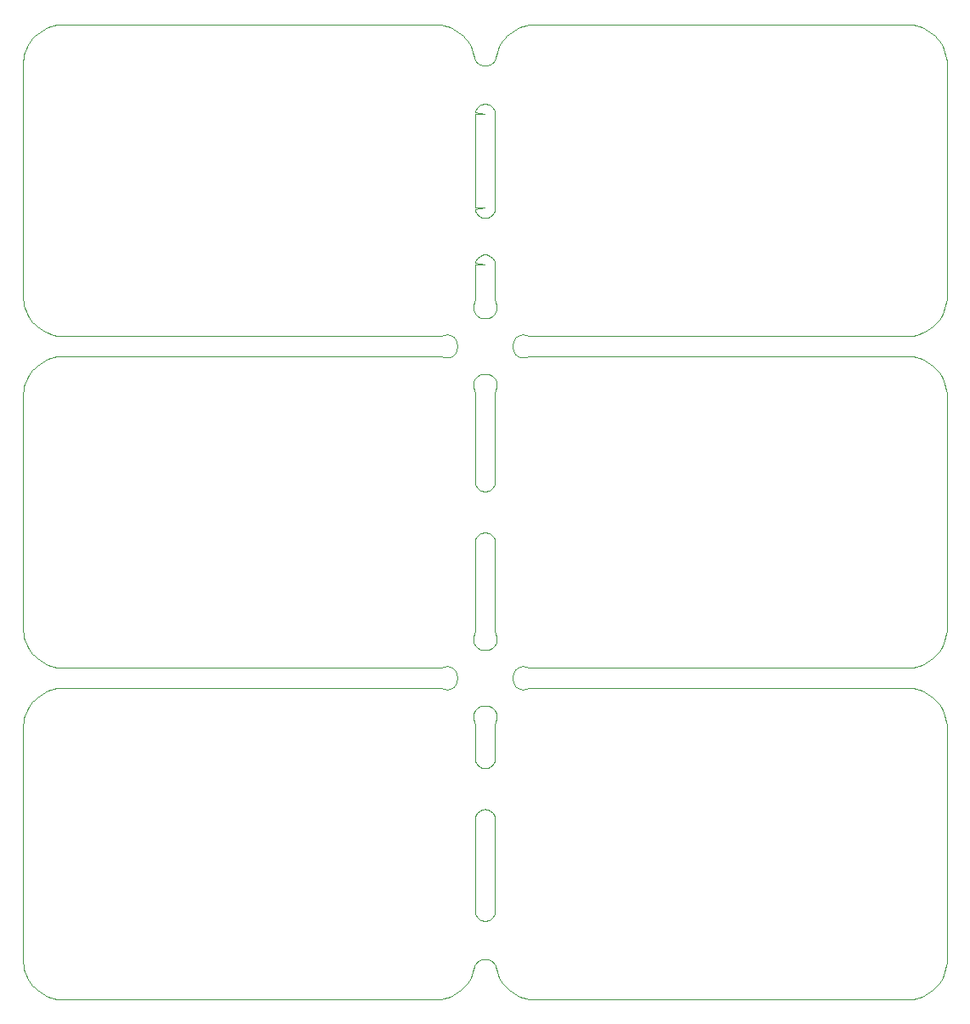
<source format=gko>
%MOIN*%
%OFA0B0*%
%FSLAX36Y36*%
%IPPOS*%
%LPD*%
%ADD10C,0*%
D10*
X001850393Y002880770D02*
X001850393Y002880770D01*
X001850393Y002758267D01*
X001850879Y002745912D01*
X001852332Y002733632D01*
X001854744Y002721504D01*
X001854808Y002721280D01*
X001855631Y002717743D01*
X001856125Y002714145D01*
X001856286Y002710516D01*
X001856111Y002706889D01*
X001855603Y002703292D01*
X001854765Y002699758D01*
X001853606Y002696316D01*
X001852134Y002692996D01*
X001850362Y002689826D01*
X001848306Y002686832D01*
X001845983Y002684040D01*
X001843412Y002681474D01*
X001840616Y002679157D01*
X001837618Y002677106D01*
X001834444Y002675341D01*
X001831121Y002673876D01*
X001827677Y002672723D01*
X001824141Y002671892D01*
X001820544Y002671391D01*
X001816916Y002671224D01*
X001805130Y002671224D01*
X001801502Y002671391D01*
X001797905Y002671892D01*
X001794369Y002672723D01*
X001790925Y002673875D01*
X001787602Y002675341D01*
X001784428Y002677106D01*
X001781430Y002679156D01*
X001778634Y002681474D01*
X001776063Y002684040D01*
X001773740Y002686831D01*
X001771684Y002689825D01*
X001769912Y002692996D01*
X001768440Y002696316D01*
X001767281Y002699758D01*
X001766443Y002703292D01*
X001765935Y002706888D01*
X001765760Y002710516D01*
X001765921Y002714145D01*
X001766415Y002717743D01*
X001767238Y002721280D01*
X001767301Y002721504D01*
X001769714Y002733632D01*
X001771167Y002745912D01*
X001771653Y002758267D01*
X001771653Y002880770D01*
X001811023Y002880770D01*
X001772138Y002886929D01*
X001773580Y002892936D01*
X001775944Y002898644D01*
X001779172Y002903911D01*
X001783184Y002908609D01*
X001787882Y002912621D01*
X001793149Y002915849D01*
X001798857Y002918213D01*
X001804864Y002919655D01*
X001811023Y002920140D01*
X001817182Y002919655D01*
X001823189Y002918213D01*
X001828897Y002915849D01*
X001834164Y002912621D01*
X001838862Y002908609D01*
X001842874Y002903911D01*
X001846102Y002898644D01*
X001848466Y002892936D01*
X001849908Y002886929D01*
X001850393Y002880770D01*
X001850393Y000347575D02*
X001850393Y000347575D01*
X001850393Y000347575D01*
X001849908Y000341417D01*
X001848466Y000335409D01*
X001846102Y000329702D01*
X001842874Y000324434D01*
X001838862Y000319737D01*
X001834164Y000315724D01*
X001828897Y000312496D01*
X001823189Y000310132D01*
X001817182Y000308690D01*
X001811023Y000308205D01*
X001804864Y000308690D01*
X001798857Y000310132D01*
X001793149Y000312496D01*
X001787882Y000315724D01*
X001783184Y000319737D01*
X001779172Y000324434D01*
X001775944Y000329702D01*
X001773580Y000335409D01*
X001772138Y000341417D01*
X001771653Y000347575D01*
X001771653Y000707096D01*
X001771653Y000707096D01*
X001772138Y000713255D01*
X001773580Y000719262D01*
X001775944Y000724970D01*
X001779172Y000730238D01*
X001783184Y000734935D01*
X001787882Y000738948D01*
X001793149Y000742175D01*
X001798857Y000744540D01*
X001804864Y000745982D01*
X001811023Y000746467D01*
X001817182Y000745982D01*
X001823189Y000744540D01*
X001828897Y000742175D01*
X001834164Y000738948D01*
X001838862Y000734935D01*
X001842874Y000730238D01*
X001846102Y000724970D01*
X001848466Y000719262D01*
X001849908Y000713255D01*
X001850393Y000707096D01*
X001850393Y000347575D01*
X001771653Y003471321D02*
X001771653Y003471321D01*
X001811023Y003471321D01*
X001772138Y003477480D01*
X001773580Y003483487D01*
X001775944Y003489195D01*
X001779172Y003494462D01*
X001783184Y003499160D01*
X001787882Y003503172D01*
X001793149Y003506400D01*
X001798857Y003508764D01*
X001804864Y003510207D01*
X001811023Y003510691D01*
X001817182Y003510207D01*
X001823189Y003508764D01*
X001828897Y003506400D01*
X001834164Y003503172D01*
X001838862Y003499160D01*
X001842874Y003494462D01*
X001846102Y003489195D01*
X001848466Y003483487D01*
X001849908Y003477480D01*
X001850393Y003471321D01*
X001850393Y003103481D01*
X001849908Y003097322D01*
X001848466Y003091315D01*
X001846102Y003085607D01*
X001842874Y003080340D01*
X001838862Y003075642D01*
X001834164Y003071630D01*
X001828897Y003068402D01*
X001823189Y003066038D01*
X001817182Y003064596D01*
X001811023Y003064111D01*
X001804864Y003064596D01*
X001798857Y003066038D01*
X001793149Y003068402D01*
X001787882Y003071630D01*
X001783184Y003075642D01*
X001779172Y003080340D01*
X001775944Y003085607D01*
X001773580Y003091315D01*
X001772138Y003097322D01*
X001811023Y003103481D01*
X001771653Y003103481D01*
X001771653Y003471321D01*
X001767238Y002401554D02*
X001767238Y002401554D01*
X001766415Y002405091D01*
X001765921Y002408689D01*
X001765760Y002412318D01*
X001765935Y002415946D01*
X001766443Y002419542D01*
X001767281Y002423076D01*
X001768440Y002426518D01*
X001769912Y002429838D01*
X001771684Y002433009D01*
X001773740Y002436003D01*
X001776063Y002438794D01*
X001778634Y002441360D01*
X001781430Y002443678D01*
X001784428Y002445728D01*
X001787602Y002447493D01*
X001790925Y002448959D01*
X001794369Y002450111D01*
X001797905Y002450942D01*
X001801502Y002451443D01*
X001805130Y002451610D01*
X001816916Y002451610D01*
X001820544Y002451443D01*
X001824141Y002450942D01*
X001827677Y002450111D01*
X001831121Y002448958D01*
X001834444Y002447493D01*
X001837618Y002445728D01*
X001840616Y002443677D01*
X001843412Y002441360D01*
X001845983Y002438794D01*
X001848306Y002436002D01*
X001850362Y002433008D01*
X001852134Y002429838D01*
X001853606Y002426518D01*
X001854765Y002423076D01*
X001855603Y002419542D01*
X001856111Y002415945D01*
X001856286Y002412318D01*
X001856125Y002408689D01*
X001855631Y002405091D01*
X001854808Y002401554D01*
X001854744Y002401330D01*
X001852332Y002389202D01*
X001850879Y002376922D01*
X001850393Y002364566D01*
X001850393Y002030895D01*
X001850393Y002030895D01*
X001849908Y002024736D01*
X001848466Y002018729D01*
X001846102Y002013021D01*
X001842874Y002007754D01*
X001838862Y002003056D01*
X001834164Y001999044D01*
X001828897Y001995816D01*
X001823189Y001993451D01*
X001817182Y001992009D01*
X001811023Y001991525D01*
X001804864Y001992009D01*
X001798857Y001993451D01*
X001793149Y001995816D01*
X001787882Y001999044D01*
X001783184Y002003056D01*
X001779172Y002007754D01*
X001775944Y002013021D01*
X001773580Y002018729D01*
X001772138Y002024736D01*
X001771653Y002030895D01*
X001771653Y002364566D01*
X001771167Y002376922D01*
X001769714Y002389202D01*
X001767301Y002401330D01*
X001767238Y002401554D01*
X001767238Y001101160D02*
X001767238Y001101160D01*
X001766415Y001104697D01*
X001765921Y001108296D01*
X001765760Y001111924D01*
X001765935Y001115552D01*
X001766443Y001119148D01*
X001767281Y001122682D01*
X001768440Y001126124D01*
X001769912Y001129444D01*
X001771684Y001132615D01*
X001773740Y001135609D01*
X001776063Y001138401D01*
X001778634Y001140966D01*
X001781430Y001143284D01*
X001784428Y001145334D01*
X001787602Y001147100D01*
X001790925Y001148565D01*
X001794369Y001149718D01*
X001797905Y001150548D01*
X001801502Y001151049D01*
X001805130Y001151217D01*
X001816916Y001151217D01*
X001820544Y001151049D01*
X001824141Y001150548D01*
X001827677Y001149717D01*
X001831121Y001148565D01*
X001834444Y001147099D01*
X001837618Y001145334D01*
X001840616Y001143284D01*
X001843412Y001140966D01*
X001845983Y001138400D01*
X001848306Y001135609D01*
X001850362Y001132615D01*
X001852134Y001129444D01*
X001853606Y001126124D01*
X001854765Y001122682D01*
X001855603Y001119148D01*
X001856111Y001115552D01*
X001856286Y001111924D01*
X001856125Y001108296D01*
X001855631Y001104697D01*
X001854808Y001101160D01*
X001854744Y001100936D01*
X001852332Y001088808D01*
X001850879Y001076529D01*
X001850393Y001064173D01*
X001850393Y000946446D01*
X001849908Y000940287D01*
X001848466Y000934280D01*
X001846102Y000928572D01*
X001842874Y000923305D01*
X001838862Y000918607D01*
X001834164Y000914595D01*
X001828897Y000911367D01*
X001823189Y000909003D01*
X001817182Y000907560D01*
X001811023Y000907076D01*
X001804864Y000907560D01*
X001798857Y000909003D01*
X001793149Y000911367D01*
X001787882Y000914595D01*
X001783184Y000918607D01*
X001779172Y000923305D01*
X001775944Y000928572D01*
X001773580Y000934280D01*
X001772138Y000940287D01*
X001771653Y000946446D01*
X001771653Y000946446D01*
X001771653Y001064173D01*
X001771167Y001076529D01*
X001769714Y001088808D01*
X001767301Y001100936D01*
X001767238Y001101160D01*
X001651160Y001304808D02*
X001651160Y001304808D01*
X001654697Y001305631D01*
X001658295Y001306126D01*
X001661924Y001306286D01*
X001665551Y001306111D01*
X001669147Y001305603D01*
X001672682Y001304766D01*
X001676123Y001303606D01*
X001679444Y001302134D01*
X001682614Y001300363D01*
X001685608Y001298306D01*
X001688400Y001295983D01*
X001690965Y001293413D01*
X001693283Y001290616D01*
X001695333Y001287619D01*
X001697099Y001284444D01*
X001698564Y001281121D01*
X001699717Y001277677D01*
X001700547Y001274141D01*
X001701049Y001270544D01*
X001701216Y001266916D01*
X001701216Y001255131D01*
X001701049Y001251503D01*
X001700548Y001247906D01*
X001699717Y001244370D01*
X001698564Y001240926D01*
X001697099Y001237603D01*
X001695334Y001234428D01*
X001693283Y001231431D01*
X001690966Y001228634D01*
X001688400Y001226064D01*
X001685608Y001223740D01*
X001682615Y001221684D01*
X001679444Y001219913D01*
X001676124Y001218441D01*
X001672682Y001217281D01*
X001669148Y001216444D01*
X001665551Y001215935D01*
X001661924Y001215761D01*
X001658295Y001215921D01*
X001654697Y001216415D01*
X001651160Y001217239D01*
X001650936Y001217302D01*
X001638808Y001219714D01*
X001626528Y001221168D01*
X001614173Y001221653D01*
X000157480Y001221653D01*
X000145124Y001221168D01*
X000132844Y001219714D01*
X000120716Y001217302D01*
X000108816Y001213946D01*
X000097214Y001209666D01*
X000085985Y001204489D01*
X000075196Y001198447D01*
X000064915Y001191577D01*
X000055204Y001183922D01*
X000046124Y001175528D01*
X000037731Y001166448D01*
X000030075Y001156738D01*
X000023205Y001146456D01*
X000017164Y001135668D01*
X000011987Y001124438D01*
X000007707Y001112837D01*
X000004351Y001100936D01*
X000001938Y001088808D01*
X000000485Y001076529D01*
X000000000Y001064173D01*
X000000000Y000157480D01*
X000000485Y000145124D01*
X000001938Y000132845D01*
X000004351Y000120717D01*
X000007707Y000108816D01*
X000011987Y000097215D01*
X000017164Y000085985D01*
X000023205Y000075197D01*
X000030075Y000064915D01*
X000037731Y000055205D01*
X000046124Y000046125D01*
X000055204Y000037731D01*
X000064915Y000030076D01*
X000075196Y000023206D01*
X000085985Y000017164D01*
X000097214Y000011987D01*
X000108816Y000007707D01*
X000120716Y000004351D01*
X000132844Y000001939D01*
X000145124Y000000485D01*
X000157480Y000000000D01*
X001614173Y000000000D01*
X001626528Y000000485D01*
X001638808Y000001939D01*
X001650936Y000004351D01*
X001662837Y000007707D01*
X001674438Y000011987D01*
X001685667Y000017164D01*
X001696456Y000023206D01*
X001706737Y000030076D01*
X001716448Y000037731D01*
X001725528Y000046125D01*
X001733921Y000055205D01*
X001741577Y000064915D01*
X001748447Y000075197D01*
X001754488Y000085985D01*
X001759665Y000097215D01*
X001763945Y000108816D01*
X001767301Y000120717D01*
X001768368Y000126081D01*
X001768368Y000126081D01*
X001768987Y000128714D01*
X001769785Y000131299D01*
X001770759Y000133823D01*
X001771903Y000136274D01*
X001773213Y000138641D01*
X001774683Y000140912D01*
X001776305Y000143076D01*
X001778072Y000145125D01*
X001779976Y000147047D01*
X001782007Y000148834D01*
X001784155Y000150477D01*
X001786412Y000151969D01*
X001788766Y000153302D01*
X001791205Y000154470D01*
X001793720Y000155469D01*
X001796296Y000156292D01*
X001798924Y000156936D01*
X001801589Y000157399D01*
X001804280Y000157677D01*
X001806983Y000157770D01*
X001815065Y000157770D01*
X001817768Y000157677D01*
X001820459Y000157398D01*
X001823124Y000156936D01*
X001825751Y000156291D01*
X001828328Y000155468D01*
X001830842Y000154470D01*
X001833282Y000153301D01*
X001835635Y000151968D01*
X001837892Y000150476D01*
X001840040Y000148833D01*
X001842071Y000147046D01*
X001843974Y000145124D01*
X001845741Y000143076D01*
X001847363Y000140911D01*
X001848833Y000138640D01*
X001850143Y000136273D01*
X001851287Y000133822D01*
X001852261Y000131299D01*
X001853059Y000128714D01*
X001853677Y000126081D01*
X001853677Y000126081D01*
X001854744Y000120717D01*
X001858101Y000108816D01*
X001862381Y000097215D01*
X001867557Y000085985D01*
X001873599Y000075197D01*
X001880469Y000064915D01*
X001888124Y000055205D01*
X001896518Y000046125D01*
X001905598Y000037731D01*
X001915309Y000030076D01*
X001925590Y000023206D01*
X001936379Y000017164D01*
X001947608Y000011987D01*
X001959209Y000007707D01*
X001971110Y000004351D01*
X001983238Y000001939D01*
X001995518Y000000485D01*
X002007874Y000000000D01*
X003464566Y000000000D01*
X003476922Y000000485D01*
X003489201Y000001939D01*
X003501329Y000004351D01*
X003513230Y000007707D01*
X003524831Y000011987D01*
X003536061Y000017164D01*
X003546849Y000023206D01*
X003557131Y000030076D01*
X003566842Y000037731D01*
X003575921Y000046125D01*
X003584315Y000055205D01*
X003591970Y000064915D01*
X003598840Y000075197D01*
X003604882Y000085985D01*
X003610059Y000097215D01*
X003614339Y000108816D01*
X003617695Y000120717D01*
X003620108Y000132845D01*
X003621561Y000145124D01*
X003622047Y000157480D01*
X003622047Y001064173D01*
X003621561Y001076529D01*
X003620108Y001088808D01*
X003617695Y001100936D01*
X003614339Y001112837D01*
X003610059Y001124438D01*
X003604882Y001135668D01*
X003598840Y001146456D01*
X003591970Y001156738D01*
X003584315Y001166448D01*
X003575921Y001175528D01*
X003566842Y001183922D01*
X003557131Y001191577D01*
X003546849Y001198447D01*
X003536061Y001204489D01*
X003524831Y001209666D01*
X003513230Y001213946D01*
X003501329Y001217302D01*
X003489201Y001219714D01*
X003476922Y001221168D01*
X003464566Y001221653D01*
X002007874Y001221653D01*
X001995518Y001221168D01*
X001983238Y001219714D01*
X001971110Y001217302D01*
X001970886Y001217239D01*
X001967349Y001216415D01*
X001963750Y001215921D01*
X001960122Y001215761D01*
X001956494Y001215935D01*
X001952898Y001216444D01*
X001949364Y001217281D01*
X001945922Y001218441D01*
X001942602Y001219912D01*
X001939431Y001221684D01*
X001936437Y001223740D01*
X001933646Y001226064D01*
X001931080Y001228634D01*
X001928762Y001231431D01*
X001926712Y001234428D01*
X001924947Y001237603D01*
X001923481Y001240926D01*
X001922329Y001244370D01*
X001921498Y001247906D01*
X001920997Y001251503D01*
X001920830Y001255131D01*
X001920830Y001266916D01*
X001920997Y001270544D01*
X001921498Y001274142D01*
X001922329Y001277677D01*
X001923482Y001281121D01*
X001924947Y001284445D01*
X001926712Y001287619D01*
X001928763Y001290616D01*
X001931080Y001293413D01*
X001933646Y001295983D01*
X001936438Y001298307D01*
X001939431Y001300363D01*
X001942602Y001302134D01*
X001945922Y001303606D01*
X001949364Y001304766D01*
X001952898Y001305603D01*
X001956494Y001306111D01*
X001960122Y001306286D01*
X001963751Y001306126D01*
X001967349Y001305632D01*
X001970886Y001304808D01*
X001971110Y001304745D01*
X001983238Y001302332D01*
X001995518Y001300879D01*
X002007874Y001300393D01*
X003464566Y001300393D01*
X003476922Y001300879D01*
X003489201Y001302332D01*
X003501329Y001304745D01*
X003513230Y001308101D01*
X003524831Y001312381D01*
X003536061Y001317558D01*
X003546849Y001323600D01*
X003557131Y001330470D01*
X003566842Y001338125D01*
X003575921Y001346518D01*
X003584315Y001355598D01*
X003591970Y001365309D01*
X003598840Y001375590D01*
X003604882Y001386379D01*
X003610059Y001397609D01*
X003614339Y001409210D01*
X003617695Y001421111D01*
X003620108Y001433239D01*
X003621561Y001445518D01*
X003622047Y001457873D01*
X003622047Y002364566D01*
X003621561Y002376922D01*
X003620108Y002389202D01*
X003617695Y002401330D01*
X003614339Y002413231D01*
X003610059Y002424832D01*
X003604882Y002436061D01*
X003598840Y002446850D01*
X003591970Y002457131D01*
X003584315Y002466842D01*
X003575921Y002475922D01*
X003566842Y002484316D01*
X003557131Y002491971D01*
X003546849Y002498841D01*
X003536061Y002504883D01*
X003524831Y002510059D01*
X003513230Y002514339D01*
X003501329Y002517696D01*
X003489201Y002520108D01*
X003476922Y002521561D01*
X003464566Y002522047D01*
X002007874Y002522047D01*
X001995518Y002521561D01*
X001983238Y002520108D01*
X001971110Y002517696D01*
X001970886Y002517632D01*
X001970886Y002517632D01*
X001967349Y002516809D01*
X001963750Y002516315D01*
X001960122Y002516154D01*
X001956494Y002516329D01*
X001952898Y002516837D01*
X001949364Y002517675D01*
X001945922Y002518834D01*
X001942602Y002520306D01*
X001939431Y002522078D01*
X001936437Y002524134D01*
X001933646Y002526457D01*
X001931080Y002529028D01*
X001928762Y002531824D01*
X001926712Y002534822D01*
X001924947Y002537996D01*
X001923481Y002541320D01*
X001922329Y002544764D01*
X001921498Y002548299D01*
X001920997Y002551897D01*
X001920830Y002555525D01*
X001920830Y002567310D01*
X001920997Y002570938D01*
X001921498Y002574535D01*
X001922329Y002578071D01*
X001923482Y002581515D01*
X001924947Y002584838D01*
X001926712Y002588012D01*
X001928763Y002591010D01*
X001931080Y002593806D01*
X001933646Y002596377D01*
X001936438Y002598700D01*
X001939431Y002600756D01*
X001942602Y002602528D01*
X001945922Y002604000D01*
X001949364Y002605159D01*
X001952898Y002605997D01*
X001956494Y002606505D01*
X001960122Y002606680D01*
X001963751Y002606519D01*
X001967349Y002606025D01*
X001970886Y002605202D01*
X001971110Y002605138D01*
X001983238Y002602726D01*
X001995518Y002601273D01*
X002007874Y002600787D01*
X003464566Y002600787D01*
X003476922Y002601273D01*
X003489201Y002602726D01*
X003501329Y002605138D01*
X003513230Y002608495D01*
X003524831Y002612775D01*
X003536061Y002617951D01*
X003546849Y002623993D01*
X003557131Y002630863D01*
X003566842Y002638518D01*
X003575921Y002646912D01*
X003584315Y002655992D01*
X003591970Y002665703D01*
X003598840Y002675984D01*
X003604882Y002686773D01*
X003610059Y002698002D01*
X003614339Y002709603D01*
X003617695Y002721504D01*
X003620108Y002733632D01*
X003621561Y002745912D01*
X003622047Y002758267D01*
X003622047Y003664960D01*
X003621561Y003677316D01*
X003620108Y003689596D01*
X003617695Y003701724D01*
X003614339Y003713624D01*
X003610059Y003725225D01*
X003604882Y003736455D01*
X003598840Y003747244D01*
X003591970Y003757525D01*
X003584315Y003767236D01*
X003575921Y003776316D01*
X003566842Y003784709D01*
X003557131Y003792364D01*
X003546849Y003799235D01*
X003536061Y003805276D01*
X003524831Y003810453D01*
X003513230Y003814733D01*
X003501329Y003818089D01*
X003489201Y003820502D01*
X003476922Y003821955D01*
X003464566Y003822440D01*
X002007874Y003822440D01*
X001995518Y003821955D01*
X001983238Y003820502D01*
X001971110Y003818089D01*
X001959209Y003814733D01*
X001947608Y003810453D01*
X001936379Y003805276D01*
X001925590Y003799235D01*
X001915309Y003792364D01*
X001905598Y003784709D01*
X001896518Y003776316D01*
X001888124Y003767236D01*
X001880469Y003757525D01*
X001873599Y003747244D01*
X001867557Y003736455D01*
X001862381Y003725225D01*
X001858101Y003713624D01*
X001854744Y003701724D01*
X001853022Y003693067D01*
X001852404Y003690434D01*
X001851606Y003687849D01*
X001850632Y003685326D01*
X001849488Y003682875D01*
X001848178Y003680508D01*
X001846708Y003678237D01*
X001845086Y003676073D01*
X001843319Y003674024D01*
X001841416Y003672102D01*
X001839385Y003670315D01*
X001837237Y003668672D01*
X001834980Y003667180D01*
X001832627Y003665847D01*
X001830187Y003664679D01*
X001827673Y003663680D01*
X001825097Y003662857D01*
X001822469Y003662213D01*
X001819804Y003661750D01*
X001817114Y003661472D01*
X001814410Y003661379D01*
X001807638Y003661378D01*
X001804935Y003661471D01*
X001802244Y003661749D01*
X001799579Y003662212D01*
X001796951Y003662856D01*
X001794375Y003663679D01*
X001791860Y003664678D01*
X001789421Y003665846D01*
X001787067Y003667179D01*
X001784810Y003668671D01*
X001782662Y003670314D01*
X001780631Y003672101D01*
X001778727Y003674023D01*
X001776960Y003676072D01*
X001775338Y003678236D01*
X001773868Y003680507D01*
X001772558Y003682874D01*
X001771414Y003685325D01*
X001770440Y003687849D01*
X001769642Y003690434D01*
X001769023Y003693067D01*
X001767301Y003701724D01*
X001763945Y003713624D01*
X001759665Y003725225D01*
X001754488Y003736455D01*
X001748447Y003747244D01*
X001741577Y003757525D01*
X001733921Y003767236D01*
X001725528Y003776316D01*
X001716448Y003784709D01*
X001706737Y003792364D01*
X001696456Y003799235D01*
X001685667Y003805276D01*
X001674438Y003810453D01*
X001662837Y003814733D01*
X001650936Y003818089D01*
X001638808Y003820502D01*
X001626528Y003821955D01*
X001614173Y003822440D01*
X000157480Y003822440D01*
X000145124Y003821955D01*
X000132844Y003820502D01*
X000120716Y003818089D01*
X000108816Y003814733D01*
X000097214Y003810453D01*
X000085985Y003805276D01*
X000075196Y003799235D01*
X000064915Y003792364D01*
X000055204Y003784709D01*
X000046124Y003776316D01*
X000037731Y003767236D01*
X000030075Y003757525D01*
X000023205Y003747244D01*
X000017164Y003736455D01*
X000011987Y003725225D01*
X000007707Y003713624D01*
X000004351Y003701724D01*
X000001938Y003689596D01*
X000000485Y003677316D01*
X000000000Y003664960D01*
X000000000Y002758267D01*
X000000485Y002745912D01*
X000001938Y002733632D01*
X000004351Y002721504D01*
X000007707Y002709603D01*
X000011987Y002698002D01*
X000017164Y002686773D01*
X000023205Y002675984D01*
X000030075Y002665703D01*
X000037731Y002655992D01*
X000046124Y002646912D01*
X000055204Y002638518D01*
X000064915Y002630863D01*
X000075196Y002623993D01*
X000085985Y002617951D01*
X000097214Y002612775D01*
X000108816Y002608495D01*
X000120716Y002605138D01*
X000132844Y002602726D01*
X000145124Y002601273D01*
X000157480Y002600787D01*
X001614173Y002600787D01*
X001626528Y002601273D01*
X001638808Y002602726D01*
X001650936Y002605138D01*
X001651160Y002605202D01*
X001654697Y002606025D01*
X001658295Y002606519D01*
X001661924Y002606680D01*
X001665551Y002606505D01*
X001669147Y002605997D01*
X001672682Y002605159D01*
X001676123Y002604000D01*
X001679444Y002602528D01*
X001682614Y002600756D01*
X001685608Y002598700D01*
X001688400Y002596377D01*
X001690965Y002593806D01*
X001693283Y002591010D01*
X001695333Y002588012D01*
X001697099Y002584838D01*
X001698564Y002581515D01*
X001699717Y002578071D01*
X001700547Y002574535D01*
X001701049Y002570938D01*
X001701216Y002567310D01*
X001701216Y002555525D01*
X001701049Y002551897D01*
X001700548Y002548299D01*
X001699717Y002544764D01*
X001698564Y002541320D01*
X001697099Y002537996D01*
X001695334Y002534822D01*
X001693283Y002531824D01*
X001690966Y002529028D01*
X001688400Y002526457D01*
X001685608Y002524134D01*
X001682615Y002522078D01*
X001679444Y002520306D01*
X001676124Y002518834D01*
X001672682Y002517675D01*
X001669148Y002516837D01*
X001665551Y002516329D01*
X001661924Y002516154D01*
X001658295Y002516315D01*
X001654697Y002516809D01*
X001651160Y002517632D01*
X001651160Y002517632D01*
X001650936Y002517696D01*
X001638808Y002520108D01*
X001626528Y002521561D01*
X001614173Y002522047D01*
X000157480Y002522047D01*
X000145124Y002521561D01*
X000132844Y002520108D01*
X000120716Y002517696D01*
X000108816Y002514339D01*
X000097214Y002510059D01*
X000085985Y002504883D01*
X000075196Y002498841D01*
X000064915Y002491971D01*
X000055204Y002484316D01*
X000046124Y002475922D01*
X000037731Y002466842D01*
X000030075Y002457131D01*
X000023205Y002446850D01*
X000017164Y002436061D01*
X000011987Y002424832D01*
X000007707Y002413231D01*
X000004351Y002401330D01*
X000001938Y002389202D01*
X000000485Y002376922D01*
X000000000Y002364566D01*
X000000000Y001457873D01*
X000000485Y001445518D01*
X000001938Y001433239D01*
X000004351Y001421111D01*
X000007707Y001409210D01*
X000011987Y001397609D01*
X000017164Y001386379D01*
X000023205Y001375590D01*
X000030075Y001365309D01*
X000037731Y001355598D01*
X000046124Y001346518D01*
X000055204Y001338125D01*
X000064915Y001330470D01*
X000075196Y001323600D01*
X000085985Y001317558D01*
X000097214Y001312381D01*
X000108816Y001308101D01*
X000120716Y001304745D01*
X000132844Y001302332D01*
X000145124Y001300879D01*
X000157480Y001300393D01*
X001614173Y001300393D01*
X001626528Y001300879D01*
X001638808Y001302332D01*
X001650936Y001304745D01*
X001651160Y001304808D01*
X001854808Y001420886D02*
X001854808Y001420886D01*
X001855631Y001417349D01*
X001856125Y001413751D01*
X001856286Y001410123D01*
X001856111Y001406495D01*
X001855603Y001402899D01*
X001854765Y001399365D01*
X001853606Y001395923D01*
X001852134Y001392602D01*
X001850362Y001389432D01*
X001848306Y001386438D01*
X001845983Y001383646D01*
X001843412Y001381081D01*
X001840616Y001378763D01*
X001837618Y001376713D01*
X001834444Y001374947D01*
X001831121Y001373482D01*
X001827677Y001372329D01*
X001824141Y001371499D01*
X001820544Y001370997D01*
X001816916Y001370830D01*
X001805130Y001370830D01*
X001801502Y001370997D01*
X001797905Y001371498D01*
X001794369Y001372329D01*
X001790925Y001373482D01*
X001787602Y001374947D01*
X001784428Y001376712D01*
X001781430Y001378763D01*
X001778634Y001381080D01*
X001776063Y001383646D01*
X001773740Y001386438D01*
X001771684Y001389432D01*
X001769912Y001392602D01*
X001768440Y001395923D01*
X001767281Y001399364D01*
X001766443Y001402898D01*
X001765935Y001406495D01*
X001765760Y001410122D01*
X001765921Y001413751D01*
X001766415Y001417349D01*
X001767238Y001420886D01*
X001767301Y001421111D01*
X001769714Y001433239D01*
X001771167Y001445518D01*
X001771653Y001457873D01*
X001771653Y001791545D01*
X001772138Y001797704D01*
X001773580Y001803711D01*
X001775944Y001809419D01*
X001779172Y001814686D01*
X001783184Y001819384D01*
X001787882Y001823396D01*
X001793149Y001826624D01*
X001798857Y001828988D01*
X001804864Y001830431D01*
X001811023Y001830915D01*
X001817182Y001830431D01*
X001823189Y001828988D01*
X001828897Y001826624D01*
X001834164Y001823396D01*
X001838862Y001819384D01*
X001842874Y001814686D01*
X001846102Y001809419D01*
X001848466Y001803711D01*
X001849908Y001797704D01*
X001850393Y001791545D01*
X001850393Y001791545D01*
X001850393Y001457873D01*
X001850879Y001445518D01*
X001852332Y001433239D01*
X001854744Y001421111D01*
X001854808Y001420886D01*
M02*
</source>
